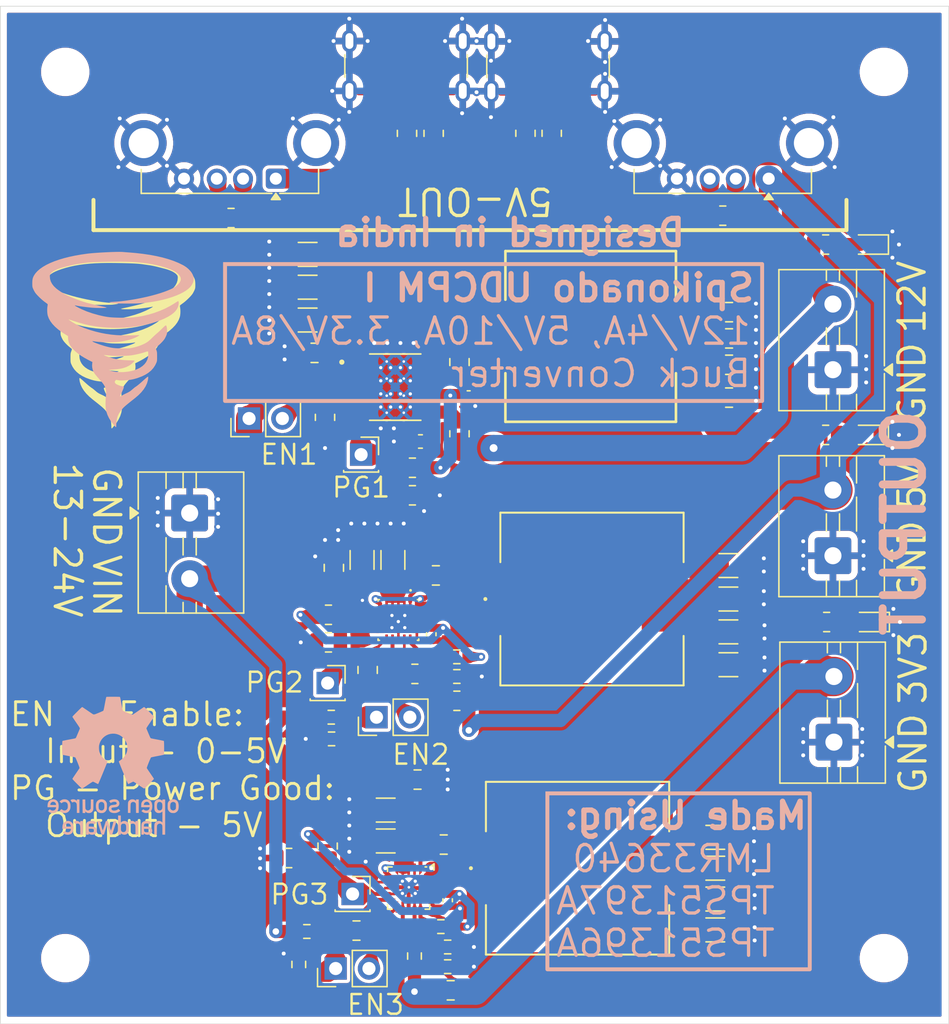
<source format=kicad_pcb>
(kicad_pcb (version 20241229) (generator "pcbnew") (generator_version "9.0")
  (title_block (title "Spikonado Universal DC Power Module I") (date "2025-06-02") (rev "v1.0") (company "Spikonado Technologies") (comment 1 "Designed by Aarav Gupta.") (comment 2 "To view a copy of this license, visit https://creativecommons.org/licenses/by-sa/4.0/") (comment 3 "Spikonado hardware design is licensed under CC BY-SA 4.0."))
  (layers (0 "F.Cu" jumper) (4 "In1.Cu" signal) (6 "In2.Cu" signal) (2 "B.Cu" signal) (13 "F.Paste" user) (15 "B.Paste" user) (5 "F.SilkS" user "F.Silkscreen") (7 "B.SilkS" user "B.Silkscreen") (1 "F.Mask" user) (3 "B.Mask" user) (25 "Edge.Cuts" user))
  (net 0 "")
  (net 1 "Net-(U1-SW)")
  (net 2 "Net-(U1-BOOT)")
  (net 3 "GND")
  (net 4 "Net-(U1-VCC)")
  (net 5 "VIN")
  (net 6 "12V")
  (net 7 "Net-(U1-FB)")
  (net 8 "Net-(U2-VCC)")
  (net 9 "Net-(J5-Pin_1)")
  (net 10 "Net-(J2-Pin_2)")
  (net 11 "Net-(J4-Pin_1)")
  (net 12 "Net-(D1-A)")
  (net 13 "Net-(U2-BST)")
  (net 14 "Net-(U2-SW)")
  (net 15 "5V")
  (net 16 "Net-(U2-SS)")
  (net 17 "Net-(J6-Pin_1)")
  (net 18 "Net-(J6-Pin_2)")
  (net 19 "Net-(U2-MODE)")
  (net 20 "Net-(U2-FB)")
  (net 21 "Net-(D2-A)")
  (net 22 "Net-(J7-CC1)")
  (net 23 "Net-(J7-CC2)")
  (net 24 "Net-(J9-D-)")
  (net 25 "Net-(J9-D+)")
  (net 26 "Net-(U3-SS)")
  (net 27 "Net-(C25-Pad2)")
  (net 28 "Net-(U3-BST)")
  (net 29 "3V3")
  (net 30 "Net-(U3-FB)")
  (net 31 "Net-(J10-Pin_1)")
  (net 32 "Net-(J10-Pin_2)")
  (net 33 "VCC3")
  (net 34 "Net-(J12-CC1)")
  (net 35 "Net-(J12-CC2)")
  (net 36 "Net-(J14-D+)")
  (net 37 "Net-(J14-D-)")
  (net 38 "PG3")
  (net 39 "Net-(U3-MODE)")
  (net 40 "Net-(D3-A)")
  (footprint "MountingHole:MountingHole_3.2mm_M3" (layer "F.Cu") (at 152.95 142.85)
    (property "Reference" "H1" (hide yes))
    (property "Value" "MountingHole" (hide yes))
  )
  (footprint "Resistor_SMD:R_0805_2012Metric" (layer "F.Cu") (at 188.03 80.0275 -90)
    (property "Reference" "R23" (hide yes))
    (property "Value" "10 kΩ" (hide yes))
  )
  (footprint "Resistor_SMD:R_0805_2012Metric" (layer "F.Cu") (at 179 80.0325 -90)
    (property "Reference" "R15" (hide yes))
    (property "Value" "10 kΩ" (hide yes))
  )
  (footprint "Resistor_SMD:R_0805_2012Metric" (layer "F.Cu") (at 183 102.9125 -90)
    (property "Reference" "R1" (hide yes))
    (property "Value" "100 kΩ" (hide yes))
  )
  (footprint "Capacitor_SMD:C_0402_1005Metric" (layer "F.Cu") (at 183.7 100)
    (property "Reference" "C2" (hide yes))
    (property "Value" "1 μF" (hide yes))
  )
  (footprint "Connector_PinSocket_2.54mm:PinSocket_1x01_P2.54mm_Vertical" (layer "F.Cu") (at 175.5 104.5)
    (property "Reference" "J4" (hide yes))
    (property "Value" "Conn_01x01_Socket" (hide yes))
  )
  (footprint "Capacitor_SMD:C_1206_3216Metric" (layer "F.Cu") (at 202.5 138.35 180)
    (property "Reference" "C27" (hide yes))
    (property "Value" "22 μF" (hide yes))
  )
  (footprint "Capacitor_SMD:C_0805_2012Metric" (layer "F.Cu") (at 171.95 96.75 180)
    (property "Reference" "C4" (hide yes))
    (property "Value" "220 nF" (hide yes))
  )
  (footprint "Edited:TerminalBlock_MaiXu_MX126-5.0-02P_1x02_P5.00mm" (layer "F.Cu") (at 211.4675 98.0325 90)
    (property "Reference" "J3" (hide yes))
    (property "Value" "Conn_01x02" (hide yes))
  )
  (footprint "Resistor_SMD:R_0805_2012Metric" (layer "F.Cu") (at 190.03 80.0275 -90)
    (property "Reference" "R22" (hide yes))
    (property "Value" "10 kΩ" (hide yes))
  )
  (footprint "Capacitor_SMD:C_0603_1608Metric" (layer "F.Cu") (at 180.025 103.5)
    (property "Reference" "R2" (hide yes))
    (property "Value" "9.1 kΩ" (hide yes))
  )
  (footprint "Resistor_SMD:R_0805_2012Metric" (layer "F.Cu") (at 203.07 86.3 180)
    (property "Reference" "R24" (hide yes))
    (property "Value" "150 Ω" (hide yes))
  )
  (footprint "LOGO" (layer "F.Cu") (at 156.7 95.8)
    (property "Reference" "G***" (hide yes))
    (property "Value" "LOGO" (hide yes))
  )
  (footprint "Resistor_SMD:R_0805_2012Metric" (layer "F.Cu") (at 210.9125 88.5 180)
    (property "Reference" "R5" (hide yes))
    (property "Value" "470 Ω" (hide yes))
  )
  (footprint "LED_SMD:LED_0603_1608Metric" (layer "F.Cu") (at 214.2125 103 180)
    (property "Reference" "D2" (hide yes))
    (property "Value" "LED" (hide yes))
  )
  (footprint "Connector_USB:USB_C_Receptacle_GCT_USB4125-xx-x_6P_TopMnt_Horizontal" (layer "F.Cu") (at 178.93 73.8 180)
    (property "Reference" "J7" (hide yes))
    (property "Value" "USB_C_Receptacle_PowerOnly_6P" (hide yes))
  )
  (footprint "IHLP5050FDER1R8M01:IND_IHLP_5050_FD_VIS" (layer "F.Cu") (at 193.1 115.5)
    (property "Reference" "L2" (hide yes))
    (property "Value" "1.8 μH" (hide yes))
  )
  (footprint "Capacitor_SMD:C_1206_3216Metric" (layer "F.Cu") (at 202.5 133.65 180)
    (property "Reference" "C29" (hide yes))
    (property "Value" "22 μF" (hide yes))
  )
  (footprint "Resistor_SMD:R_0805_2012Metric" (layer "F.Cu") (at 172.95 134.3125 90)
    (property "Reference" "R19" (hide yes))
    (property "Value" "100 kΩ" (hide yes))
  )
  (footprint "Resistor_SMD:R_0603_1608Metric" (layer "F.Cu") (at 181.58 140.45 180)
    (property "Reference" "R20" (hide yes))
    (property "Value" "330 kΩ" (hide yes))
  )
  (footprint "Resistor_SMD:R_0603_1608Metric" (layer "F.Cu") (at 173.225 124.5)
    (property "Reference" "R9" (hide yes))
    (property "Value" "330 kΩ" (hide yes))
  )
  (footprint "Resistor_SMD:R_0805_2012Metric" (layer "F.Cu") (at 165.5875 86.4825 180)
    (property "Reference" "R16" (hide yes))
    (property "Value" "150 Ω" (hide yes))
  )
  (footprint "Capacitor_SMD:C_1206_3216Metric" (layer "F.Cu") (at 203.5 115.5)
    (property "Reference" "C17" (hide yes))
    (property "Value" "47 μF" (hide yes))
  )
  (footprint "Capacitor_SMD:C_0805_2012Metric" (layer "F.Cu") (at 182.33 145.3)
    (property "Reference" "C30" (hide yes))
    (property "Value" "100pF" (hide yes))
  )
  (footprint "Resistor_SMD:R_0805_2012Metric" (layer "F.Cu") (at 182.8 123.25 180)
    (property "Reference" "R11" (hide yes))
    (property "Value" "220 kΩ" (hide yes))
  )
  (footprint "Capacitor_SMD:C_0402_1005Metric" (layer "F.Cu") (at 182.1 138.4425 -90)
    (property "Reference" "C31" (hide yes))
    (property "Value" "1 μF" (hide yes))
  )
  (footprint "Connector_PinSocket_2.54mm:PinSocket_1x01_P2.54mm_Vertical" (layer "F.Cu") (at 174.85 137.9625)
    (property "Reference" "J11" (hide yes))
    (property "Value" "Conn_01x01_Socket" (hide yes))
  )
  (footprint "Resistor_SMD:R_0603_1608Metric" (layer "F.Cu") (at 179.57 142.69 90)
    (property "Reference" "R25" (hide yes))
    (property "Value" "91 kΩ" (hide yes))
  )
  (footprint "Capacitor_SMD:C_1206_3216Metric" (layer "F.Cu") (at 177.375 131.575)
    (property "Reference" "C21" (hide yes))
    (property "Value" "22 μF" (hide yes))
  )
  (footprint "Capacitor_SMD:C_1206_3216Metric" (layer "F.Cu") (at 203.5 112.95)
    (property "Reference" "C16" (hide yes))
    (property "Value" "47 μF" (hide yes))
  )
  (footprint "Resistor_SMD:R_0805_2012Metric" (layer "F.Cu") (at 179.4125 107.6 180)
    (property "Reference" "R29" (hide yes))
    (property "Value" "200 kΩ" (hide yes))
  )
  (footprint "IHLP5050FDER1R8M01:IND_IHLP_5050_FD_VIS" (layer "F.Cu") (at 192 136)
    (property "Reference" "L3" (hide yes))
    (property "Value" "1.8 μH" (hide yes))
  )
  (footprint "Capacitor_SMD:C_1206_3216Metric" (layer "F.Cu") (at 175.575 112.5231 -90)
    (property "Reference" "C11" (hide yes))
    (property "Value" "22 μF" (hide yes))
  )
  (footprint "WE-HCI_1365:WE-HCI_1365" (layer "F.Cu") (at 193 95.5 180)
    (property "Reference" "L1")
    (property "Value" "15.4 µH" (hide yes))
  )
  (footprint "Capacitor_SMD:C_0805_2012Metric" (layer "F.Cu") (at 181.2 113.7 180)
    (property "Reference" "C15" (hide yes))
    (property "Value" "100nF" (hide yes))
  )
  (footprint "Edited:USB_A_Connfly_DS1095" (layer "F.Cu") (at 169 83.4825 180)
    (property "Reference" "J9" (hide yes))
    (property "Value" "USB_A" (hide yes))
  )
  (footprint "Capacitor_SMD:C_0805_2012Metric" (layer "F.Cu") (at 175.15 140.75 180)
    (property "Reference" "C24" (hide yes))
    (property "Value" "10 nF" (hide yes))
  )
  (footprint "Capacitor_SMD:C_1206_3216Metric" (layer "F.Cu") (at 203.5 120.5)
    (property "Reference" "C19" (hide yes))
    (property "Value" "47 μF" (hide yes))
  )
  (footprint "Capacitor_SMD:C_1206_3216Metric" (layer "F.Cu") (at 202.5 136 180)
    (property "Reference" "C28" (hide yes))
    (property "Value" "22 μF" (hide yes))
  )
  (footprint "Edited:USB_A_Connfly_DS1095" (layer "F.Cu") (at 206.57 83.4825 180)
    (property "Reference" "J14" (hide yes))
    (property "Value" "USB_A" (hide yes))
  )
  (footprint "Resistor_SMD:R_0805_2012Metric" (layer "F.Cu") (at 172.75 101.6625 90)
    (property "Reference" "R3" (hide yes))
    (property "Value" "10 kΩ" (hide yes))
  )
  (footprint "Resistor_SMD:R_0805_2012Metric" (layer "F.Cu") (at 181.03 80.0325 -90)
    (property "Reference" "R14" (hide yes))
    (property "Value" "10 kΩ" (hide yes))
  )
  (footprint "Connector_USB:USB_C_Receptacle_GCT_USB4125-xx-x_6P_TopMnt_Horizontal" (layer "F.Cu") (at 189.75 73.8275 180)
    (property "Reference" "J12" (hide yes))
    (property "Value" "USB_C_Receptacle_PowerOnly_6P" (hide yes))
  )
  (footprint "Resistor_SMD:R_0603_1608Metric" (layer "F.Cu") (at 173.25 126.15 180)
    (property "Reference" "R10" (hide yes))
    (property "Value" "75 kΩ" (hide yes))
  )
  (footprint "LED_SMD:LED_0603_1608Metric" (layer "F.Cu") (at 214.2875 117.25 180)
    (property "Reference" "D3" (hide yes))
    (property "Value" "LED" (hide yes))
  )
  (footprint "TPS51397ARJER:RJE0020B-MFG" (layer "F.Cu") (at 178.345 117.0931 -90)
    (property "Reference" "U2")
    (property "Value" "TPS51397ARJER" (hide yes))
  )
  (footprint "Capacitor_SMD:C_1206_3216Metric" (layer "F.Cu") (at 171.425 89.25)
    (property "Reference" "C3" (hide yes))
    (property "Value" "4.7 μF" (hide yes))
  )
  (footprint "Connector_PinHeader_2.54mm:PinHeader_1x02_P2.54mm_Vertical" (layer "F.Cu") (at 166.96 101.75 90)
    (property "Reference" "J2" (hide yes))
    (property "Value" "Conn_01x02_Pin" (hide yes))
  )
  (footprint "Capacitor_SMD:C_1206_3216Metric" (layer "F.Cu") (at 202.5 140.7 180)
    (property "Reference" "C26" (hide yes))
    (property "Value" "22 μF" (hide yes))
  )
  (footprint "Capacitor_SMD:C_0805_2012Metric" (layer "F.Cu") (at 173.425 113.1231 90)
    (property "Reference" "C14" (hide yes))
    (property "Value" "100 nF" (hide yes))
  )
  (footprint "Resistor_SMD:R_0603_1608Metric" (layer "F.Cu") (at 182.8 119.9 180)
    (property "Reference" "R7" (hide yes))
    (property "Value" "330 kΩ" (hide yes))
  )
  (footprint "Resistor_SMD:R_0603_1608Metric" (layer "F.Cu") (at 182.1 143.5)
    (property "Reference" "R26" (hide yes))
    (property "Value" "20 kΩ" (hide yes))
  )
  (footprint "Resistor_SMD:R_0805_2012Metric" (layer "F.Cu") (at 210.9125 103 180)
    (property "Reference" "R13" (hide yes))
    (property "Value" "120 Ω" (hide yes))
  )
  (footprint "Capacitor_SMD:C_0805_2012Metric" (layer "F.Cu") (at 176 120.9 -90)
    (property "Reference" "C20" (hide yes))
    (property "Value" "10 nF" (hide yes))
  )
  (footprint "LMR33640ADDAR:VREG_LM5017MR_NOPB" (layer "F.Cu") (at 178.1025 99.36)
    (property "Reference" "U1")
    (property "Value" "LMR33640ADDAR" (hide yes))
  )
  (footprint "Resistor_SMD:R_0603_1608Metric" (layer "F.Cu") (at 171.365 140.82)
    (property "Reference" "R17" (hide yes))
    (property "Value" "330 kΩ" (hide yes))
  )
  (footprint "Resistor_SMD:R_0805_2012Metric" (layer "F.Cu") (at 179.4125 105.5 180)
    (property "Reference" "R4" (hide yes))
    (property "Value" "100 kΩ" (hide yes))
  )
  (footprint "Capacitor_SMD:C_1206_3216Metric" (layer "F.Cu") (at 171.425 91.75)
    (property "Reference" "C7" (hide yes))
    (property "Value" "4.7 μF" (hide yes))
  )
  (footprint "Capacitor_SMD:C_0805_2012Metric" (layer "F.Cu") (at 203.55 100.1575)
    (property "Reference" "C6" (hide yes))
    (property "Value" "100 nF" (hide yes))
  )
  (footprint "Connector_PinHeader_2.54mm:PinHeader_1x02_P2.54mm_Vertical" (layer "F.Cu") (at 173.56 143.64 90)
    (property "Reference" "J10" (hide yes))
    (property "Value" "Conn_01x02_Pin" (hide yes))
  )
  (footprint "MountingHole:MountingHole_3.2mm_M3" (layer "F.Cu") (at 152.95 75.35)
    (property "Reference" "H2" (hide yes))
    (property "Value" "MountingHole" (hide yes))
  )
  (footprint "Resistor_SMD:R_0805_2012Metric" (layer "F.Cu") (at 173.0125 116.7 180)
    (property "Reference" "R6" (hide yes))
    (property "Value" "100 kΩ" (hide yes))
  )
  (footprint "Package_DFN_QFN:Texas_RJE0020A_VQFN-20-1EP_3x3mm_P0.45mm_EP0.675x0.76mm_ThermalVias" (layer "F.Cu") (at 179.125 137.5125 -90)
    (property "Reference" "U3" (hide yes))
    (property "Value" "TPS51396ARJER" (hide yes))
  )
  (footprint "Capacitor_SMD:C_1206_3216Metric" (layer "F.Cu") (at 171.425 94.25)
    (property "Reference" "C8" (hide yes))
    (property "Value" "4.7 μF" (hide yes))
  )
  (footprint "Edited:TerminalBlock_MaiXu_MX126-5.0-02P_1x02_P5.00mm" (layer "F.Cu") (at 211.5425 126.4 90)
    (property "Reference" "J13" (hide yes))
    (property "Value" "Conn_01x02" (hide yes))
  )
  (footprint "Resistor_SMD:R_0805_2012Metric" (layer "F.Cu") (at 179.6 121.2 180)
    (property "Reference" "R12" (hide yes))
    (property "Value" "30 kΩ" (hide yes))
  )
  (footprint "Capacitor_SMD:C_0805_2012Metric" (layer "F.Cu") (at 203.55 97.6575 180)
    (property "Reference" "C5" (hide yes))
    (property "Value" "22 μF" (hide yes))
  )
  (footprint "Capacitor_SMD:C_0805_2012Metric" (layer "F.Cu") (at 181.8 134.2)
    (property "Reference" "C25" (hide yes))
    (property "Value" "100nF" (hide yes))
  )
  (footprint "Capacitor_SMD:C_1206_3216Metric" (layer "F.Cu") (at 177.375 133.925)
    (property "Reference" "C22" (hide yes))
    (property "Value" "22 μF" (hide yes))
  )
  (footprint "Capacitor_SMD:C_1206_3216Metric" (layer "F.Cu") (at 203.5 118)
    (property "Reference" "C18" (hide yes))
    (property "Value" "47 μF" (hide yes))
  )
  (footprint "Capacitor_SMD:C_1206_3216Metric" (layer "F.Cu") (at 177.925 112.5231 -90)
    (property "Reference" "C12" (hide yes))
    (property "Value" "22 μF" (hide yes))
  )
  (footprint "Resistor_SMD:R_0805_2012Metric" (layer "F.Cu") (at 210.9875 117.25 180)
    (property "Reference" "R27" (hide yes))
    (property "Value" "51 Ω" (hide yes))
  )
  (footprint "LED_SMD:LED_0603_1608Metric" (layer "F.Cu") (at 214.2125 88.5 180)
    (property "Reference" "D1" (hide yes))
    (property "Value" "LED" (hide yes))
  )
  (footprint "Capacitor_SMD:C_0805_2012Metric" (layer "F.Cu") (at 179.8045 129.25)
    (property "Reference" "C23" (hide yes))
    (property "Value" "100 nF" (hide yes))
  )
  (footprint "Capacitor_SMD:C_0402_1005Metric" (layer "F.Cu") (at 180.85 118.18 -90)
    (property "Reference" "C13" (hide yes))
    (property "Value" "1 μF" (hide yes))
  )
  (footprint "Edited:TerminalBlock_MaiXu_MX126-5.0-02P_1x02_P5.00mm" (layer "F.Cu") (at 162.4325 108.95 -90)
    (property "Reference" "J1" (hide yes))
    (property "Value" "Conn_01x02" (hide yes))
  )
  (footprint "MountingHole:MountingHole_3.2mm_M3" (layer "F.Cu") (at 215.35 75.35)
    (property "Reference" "H3" (hide yes))
    (property "Value" "MountingHole" (hide yes))
  )
  (footprint "Edited:TerminalBlock_MaiXu_MX126-5.0-02P_1x02_P5.00mm" (layer "F.Cu") (at 211.4675 112.2 90)
    (property "Reference" "J8" (hide yes))
    (property "Value" "Conn_01x02" (hide yes))
  )
  (footprint "Resistor_SMD:R_0805_2012Metric" (layer "F.Cu") (at 169.9875 135.225)
    (property "Reference" "R30" (hide yes))
    (property "Value" "200 kΩ" (hide yes))
  )
  (footprint "Connector_PinHeader_2.54mm:PinHeader_1x02_P2.54mm_Vertical" (layer "F.Cu") (at 176.675 124.5 90)
    (property "Reference" "J6" (hide yes))
    (property "Value" "Conn_01x02_Pin" (hide yes))
  )
  (footprint "Resistor_SMD:R_0805_2012Metric" (layer "F.Cu") (at 173.0125 118.8)
    (property "Reference" "R28" (hide yes))
    (property "Value" "200 kΩ" (hide yes))
  )
  (footprint "Capacitor_SMD:C_0805_2012Metric" (layer "F.Cu") (at 203.55 95.65)
    (property "Reference" "C9" (hide yes))
    (property "Value" "22 μF" (hide yes))
  )
  (footprint "Resistor_SMD:R_0603_1608Metric" (layer "F.Cu") (at 182.1 142)
    (property "Reference" "R21" (hide yes))
    (property "Value" "15 kΩ" (hide yes))
  )
  (footprint "Resistor_SMD:R_0603_1608Metric" (layer "F.Cu") (at 182.8 121.4)
    (property "Reference" "R8" (hide yes))
    (property "Value" "15 kΩ" (hide yes))
  )
  (footprint "Connector_PinSocket_2.54mm:PinSocket_1x01_P2.54mm_Vertical" (layer "F.Cu") (at 172.95 121.9)
    (property "Reference" "J5" (hide yes))
    (property "Value" "Conn_01x01_Socket" (hide yes))
  )
  (footprint "MountingHole:MountingHole_3.2mm_M3" (layer "F.Cu") (at 215.35 142.85)
    (property "Reference" "H4" (hide yes))
    (property "Value" "MountingHole" (hide yes))
  )
  (footprint "Capacitor_SMD:C_0805_2012Metric" (layer "F.Cu") (at 183 97.45 90)
    (property "Reference" "C1" (hide yes))
    (property "Value" "100nF" (hide yes))
  )
  (footprint "Resistor_SMD:R_0603_1608Metric" (layer "F.Cu") (at 170.75 143.33 90)
    (property "Reference" "R18" (hide yes))
    (property "Value" "75 kΩ" (hide yes))
  )
  (footprint "Capacitor_SMD:C_0805_2012Metric" (layer "F.Cu") (at 203.55 93.65 180)
    (property "Reference" "C10" (hide yes))
    (property "Value" "22 μF" (hide yes))
  )
  (footprint "LOGO" (layer "B.Cu") (at 156.6 95.7 180)
    (property "Reference" "G***" (hide yes))
    (property "Value" "LOGO" (hide yes))
  )
  (footprint "LOGO" (layer "B.Cu") (at 156.6 128.2 180)
    (property "Reference" "G***" (hide yes))
    (property "Value" "LOGO" (hide yes))
  )
  (gr_line (start 212.5 87.4) (end 212.5 85.1) (stroke (width 0.3)) (layer "F.SilkS"))
  (gr_line (start 155.1 87.4) (end 212.5 87.4) (stroke (width 0.3)) (layer "F.SilkS"))
  (gr_line (start 155.1 85.1) (end 155.1 87.4) (stroke (width 0.3)) (layer "F.SilkS"))
  (gr_rect (start 189.7 130.3) (end 209.7 143.7) (stroke (width 0.3)) (fill no) (layer "B.SilkS"))
  (gr_rect (start 165.129712 89.988321) (end 206.070288 100.411677) (stroke (width 0.3)) (fill no) (layer "B.SilkS"))
  (gr_rect (start 148 70.35) (end 220.3 147.85) (stroke (width 0.05)) (fill no) (layer "Edge.Cuts"))
  (gr_text "PG3" (at 170.8 138 0) (layer "F.SilkS") (effects (font (size 1.5 1.5) (thickness 0.1875))))
  (gr_text "12V" (at 217.5 92.5 90) (layer "F.SilkS") (effects (font (size 2 2) (thickness 0.25))))
  (gr_text "GND" (at 217.575 127.25 90) (layer "F.SilkS") (effects (font (size 2 2) (thickness 0.25))))
  (gr_text "GND" (at 217.5 99 90) (layer "F.SilkS") (effects (font (size 2 2) (thickness 0.25))))
  (gr_text "EN2\n" (at 180.05 127.35 0) (layer "F.SilkS") (effects (font (size 1.5 1.5) (thickness 0.1875))))
  (gr_text "PG1" (at 175.5 107 0) (layer "F.SilkS") (effects (font (size 1.5 1.5) (thickness 0.1875))))
  (gr_text "5V-OUT" (at 184.2 85.2 180) (layer "F.SilkS") (effects (font (size 2 2) (thickness 0.25))))
  (gr_text "GND" (at 217.5 112.55 90) (layer "F.SilkS") (effects (font (size 2 2) (thickness 0.25))))
  (gr_text "PG2" (at 168.9 121.85 0) (layer "F.SilkS") (effects (font (size 1.5 1.5) (thickness 0.1875))))
  (gr_text "GND" (at 156.1 108.5 270) (layer "F.SilkS") (effects (font (size 2 2) (thickness 0.25))))
  (gr_text "EN3" (at 176.6 146.4 0) (layer "F.SilkS") (effects (font (size 1.5 1.5) (thickness 0.1875))))
  (gr_text "EN - Enable:\n  Input - 0-5V\nPG - Power Good:\n  Output - 5V" (at 148.6 128.5 0) (layer "F.SilkS") (effects (font (size 1.75 1.75) (thickness 0.21875)) (justify left)))
  (gr_text "3V3" (at 217.575 120.75 90) (layer "F.SilkS") (effects (font (size 2 2) (thickness 0.25))))
  (gr_text "EN1" (at 170 104.5 0) (layer "F.SilkS") (effects (font (size 1.5 1.5) (thickness 0.1875))))
  (gr_text "13-24V" (at 153.1 111 270) (layer "F.SilkS") (effects (font (size 2 2) (thickness 0.25))))
  (gr_text "VIN" (at 156.1 114.5 270) (layer "F.SilkS") (effects (font (size 2 2) (thickness 0.25))))
  (gr_text "5V" (at 217.5 106.9 90) (layer "F.SilkS") (effects (font (size 2 2) (thickness 0.25))))
  (gr_text "Made Using:" (at 209.7 132 0) (layer "B.SilkS") (effects (font (size 2 2) (thickness 0.4) (bold yes)) (justify left mirror)))
  (gr_text "LMR33640\nTPS51397A\nTPS51396A" (at 207.2 138.5 0) (layer "B.SilkS") (effects (font (size 2 2) (thickness 0.25)) (justify left mirror)))
  (gr_text "Spikonado UDCPM I" (at 205.670288 91.811677 0) (layer "B.SilkS") (effects (font (size 2 2) (thickness 0.4) (bold yes)) (justify left mirror)))
  (gr_text "OUTPUT" (at 216.9 109.7 90) (layer "B.SilkS") (effects (font (size 3 3) (thickness 0.6) (bold yes)) (justify mirror)))
  (gr_text "12V/4A, 5V/10A, 3.3V/8A\nBuck Converter" (at 205.370288 96.711677 0) (layer "B.SilkS") (effects (font (size 2 2) (thickness 0.25)) (justify left mirror)))
  (gr_text "Designed in India" (at 200.4 87.6 0) (layer "B.SilkS") (effects (font (size 2 2) (thickness 0.4) (bold yes)) (justify left mirror)))
  (segment (start 183 96.5) (end 186.75 96.5) (width 1.25) (layer "F.Cu") (net 1))
  (segment (start 186.75 96.5) (end 187.75 95.5) (width 1.25) (layer "F.Cu") (net 1))
  (segment (start 180.8025 97.455) (end 181.7575 96.5) (width 1.25) (layer "F.Cu") (net 1))
  (segment (start 181.7575 96.5) (end 183 96.5) (width 1.25) (layer "F.Cu") (net 1))
  (segment (start 180.8025 98.725) (end 182.675 98.725) (width 0.5) (layer "F.Cu") (net 2))
  (segment (start 182.675 98.725) (end 183 98.4) (width 0.5) (layer "F.Cu") (net 2))
  (segment (start 177.6875 137.25) (end 177.6875 137.5125) (width 0.25) (layer "F.Cu") (net 3))
  (segment (start 182.1 138.9225) (end 181.0725 138.9225) (width 0.3) (layer "F.Cu") (net 3))
  (segment (start 179.7512 117.0931) (end 178.461 117.0931) (width 0.2) (layer "F.Cu") (net 3))
  (segment (start 177.6875 138.4125) (end 176.5375 138.4125) (width 0.3) (layer "F.Cu") (net 3))
  (segment (start 179.203 137.5125) (end 179.143 137.4525) (width 0.3) (layer "F.Cu") (net 3))
  (segment (start 179.125 138.95) (end 179.125 137.4705) (width 0.3) (layer "F.Cu") (net 3))
  (segment (start 181.0725 138.9225) (end 180.5625 138.4125) (width 0.3) (layer "F.Cu") (net 3))
  (segment (start 179.125 137.4705) (end 179.143 137.4525) (width 0.3) (layer "F.Cu") (net 3))
  (segment (start 179.143 137.4525) (end 177.89 137.4525) (width 0.3) (layer "F.Cu") (net 3))
  (segment (start 180.5625 137.5125) (end 179.203 137.5125) (width 0.3) (layer "F.Cu") (net 3))
  (segment (start 177.89 137.4525) (end 177.6875 137.25) (width 0.3) (layer "F.Cu") (net 3))
  (segment (start 177.6875 137.0625) (end 177.6875 137.25) (width 0.25) (layer "F.Cu") (net 3))
  (segment (start 176.5375 138.4125) (end 174.2 140.75) (width 0.3) (layer "F.Cu") (net 3))
  (segment (start 178.461 117.0931) (end 178.338 117.2161) (width 0.2) (layer "F.Cu") (net 3))
  (via (at 213.8 113.2) (size 0.6) (drill 0.3) (layers "F.Cu" "B.Cu") (net 3))
  (via (at 185.4 78.8) (size 0.6) (drill 0.3) (layers "F.Cu" "B.Cu") (net 3))
  (via (at 181.5 107.6) (size 0.6) (drill 0.3) (layers "F.Cu" "B.Cu") (net 3))
  (via (at 171.28 126.15) (size 0.6) (drill 0.3) (layers "F.Cu" "B.Cu") (net 3))
  (via (at 164.6 109) (size 0.6) (drill 0.3) (layers "F.Cu" "B.Cu") (net 3))
  (via (at 178 102.5) (size 0.6) (drill 0.3) (layers "F.Cu" "B.Cu") (net 3))
  (via (at 179.25 99.875) (size 0.5) (drill 0.25) (layers "F.Cu" "B.Cu") (net 3))
  (via (at 174.6 132.75) (size 0.6) (drill 0.3) (layers "F.Cu" "B.Cu") (net 3))
  (via (at 168.5 93.275) (size 0.6) (drill 0.3) (layers "F.Cu" "B.Cu") (net 3))
  (via (at 183.038419 139.061581) (size 0.6) (drill 0.3) (layers "F.Cu" "B.Cu") (net 3))
  (via (at 174.75 109.75) (size 0.6) (drill 0.3) (layers "F.Cu" "B.Cu") (net 3))
  (via (at 182.1 129.25) (size 0.6) (drill 0.3) (layers "F.Cu" "B.Cu") (net 3))
  (via (at 205.6 97) (size 0.6) (drill 0.3) (layers "F.Cu" "B.Cu") (net 3))
  (via (at 173.75 110.25) (size 0.6) (drill 0.3) (layers "F.Cu" "B.Cu") (net 3))
  (via (at 174.6 134.75) (size 0.6) (drill 0.3) (layers "F.Cu" "B.Cu") (net 3))
  (via (at 167.8 135.25) (size 0.6) (drill 0.3) (layers "F.Cu" "B.Cu") (net 3))
  (via (at 206.25 120.95) (size 0.6) (drill 0.3) (layers "F.Cu" "B.Cu") (net 3))
  (via (at 173.3 76.8) (size 0.6) (drill 0.3) (layers "F.Cu" "B.Cu") (net 3))
  (via (at 206.2 113.4) (size 0.6) (drill 0.3) (layers "F.Cu" "B.Cu") (net 3))
  (via (at 205.45 136.45) (size 0.6) (drill 0.3) (layers "F.Cu" "B.Cu") (net 3))
  (via (at 181.9 73) (size 0.6) (drill 0.3) (layers "F.Cu" "B.Cu") (net 3))
  (via (at 185.4 74.5) (size 0.6) (drill 0.3) (layers "F.Cu" "B.Cu") (net 3))
  (via (at 213.8 112.2) (size 0.6) (drill 0.3) (layers "F.Cu" "B.Cu") (net 3))
  (via (at 206.25 117.5) (size 0.6) (drill 0.3) (layers "F.Cu" "B.Cu") (net 3))
  (via (at 177 102.5) (size 0.6) (drill 0.3) (layers "F.Cu" "B.Cu") (net 3))
  (via (at 179.25 98.875) (size 0.5) (drill 0.25) (layers "F.Cu" "B.Cu") (net 3))
  (via (at 216 102) (size 0.6) (drill 0.3) (layers "F.Cu" "B.Cu") (net 3))
  (via (at 174.6 131.75) (size 0.6) (drill 0.3) (layers "F.Cu" "B.Cu") (net 3))
  (via (at 157 82.6) (size 0.6) (drill 0.3) (layers "F.Cu" "B.Cu") (net 3))
  (via (at 176 73) (size 0.6) (drill 0.3) (layers "F.Cu" "B.Cu") (net 3))
  (via (at 184.2 100.8) (size 0.6) (drill 0.3) (layers "F.Cu" "B.Cu") (net 3))
  (via (at 172.75 111) (size 0.6) (drill 0.3) (layers "F.Cu" "B.Cu") (net 3))
  (via (at 214 99) (size 0.6) (drill 0.3) (layers "F.Cu" "B.Cu") (net 3))
  (via (at 206.2 115.9) (size 0.6) (drill 0.3) (layers "F.Cu" "B.Cu") (net 3))
  (via (at 198.3 82.5) (size 0.6) (drill 0.3) (layers "F.Cu" "B.Cu") (net 3))
  (via (at 178.5 99.875) (size 0.5) (drill 0.25) (layers "F.Cu" "B.Cu") (net 3))
  (via (at 175.75 109.75) (size 0.6) (drill 0.3) (layers "F.Cu" "B.Cu") (net 3))
  (via (at 186.8 73) (size 0.6) (drill 0.3) (layers "F.Cu" "B.Cu") (net 3))
  (via (at 177.75 99.875) (size 0.5) (drill 0.25) (layers "F.Cu" "B.Cu") (net 3))
  (via (at 216.075 118.25) (size 0.6) (drill 0.3) (layers "F.Cu" "B.Cu") (net 3))
  (via (at 209.2 127.4) (size 0.6) (drill 0.3) (layers "F.Cu" "B.Cu") (net 3))
  (via (at 177.85 116.75) (size 0.5) (drill 0.25) (layers "F.Cu" "B.Cu") (net 3))
  (via (at 214 97) (size 0.6) (drill 0.3) (layers "F.Cu" "B.Cu") (net 3))
  (via (at 168.5 95.275) (size 0.6) (drill 0.3) (layers "F.Cu" "B.Cu") (net 3))
  (via (at 184.3 76.9) (size 0.6) (drill 0.3) (layers "F.Cu" "B.Cu") (net 3))
  (via (at 194.8 79.1) (size 0.6) (drill 0.3) (layers "F.Cu" "B.Cu") (net 3))
  (via (at 173.4 73) (size 0.6) (drill 0.3) (layers "F.Cu" "B.Cu") (net 3))
  (via (at 198.3 79) (size 0.6) (drill 0.3) (layers "F.Cu" "B.Cu") (net 3))
  (via (at 168.5 91.275) (size 0.6) (drill 0.3) (layers "F.Cu" "B.Cu") (net 3))
  (via (at 164.6 107.9) (size 0.6) (drill 0.3) (layers "F.Cu" "B.Cu") (net 3))
  (via (at 178.338 117.2161) (size 0.5) (drill 0.25) (layers "F.Cu" "B.Cu") (net 3))
  (via (at 169.67 96.25) (size 0.6) (drill 0.3) (layers "F.Cu" "B.Cu") (net 3))
  (via (at 178.83 116.75) (size 0.5) (drill 0.25) (layers "F.Cu" "B.Cu") (net 3))
  (via (at 205.6 93) (size 0.6) (drill 0.3) (layers "F.Cu" "B.Cu") (net 3))
  (via (at 211.5 78.8) (size 0.6) (drill 0.3) (layers "F.Cu" "B.Cu") (net 3))
  (via (at 205.5 138.05) (size 0.6) (drill 0.3) (layers "F.Cu" "B.Cu") (net 3))
  (via (at 209.2 125.4) (size 0.6) (drill 0.3) (layers "F.Cu" "B.Cu") (net 3))
  (via (at 168.5 88.275) (size 0.6) (drill 0.3) (layers "F.Cu" "B.Cu") (net 3))
  (via (at 194.1 75.5) (size 0.6) (drill 0.3) (layers "F.Cu" "B.Cu") (net 3))
  (via (at 184.3 73) (size 0.6) (drill 0.3) (layers "F.Cu" "B.Cu") (net 3))
  (via (at 177 97.875) (size 0.5) (drill 0.25) (layers "F.Cu" "B.Cu") (net 3))
  (via (at 213.7 125.4) (size 0.6) (drill 0.3) (layers "F.Cu" "B.Cu") (net 3))
  (via (at 205.5 141.5) (size 0.6) (drill 0.3) (layers "F.Cu" "B.Cu") (net 3))
  (via (at 175.6 115.6) (size 0.5) (drill 0.25) (layers "F.Cu" "B.Cu") (net 3))
  (via (at 160.7 79) (size 0.6) (drill 0.3) (layers "F.Cu" "B.Cu") (net 3))
  (via (at 168.5 94.275) (size 0.6) (drill 0.3) (layers "F.Cu" "B.Cu") (net 3))
  (via (at 183.2 78.5) (size 0.6) (drill 0.3) (layers "F.Cu" "B.Cu") (net 3))
  (via (at 205.6 98) (size 0.6) (drill 0.3) (layers "F.Cu" "B.Cu") (net 3))
  (via (at 194.6 82.6) (size 0.6) (drill 0.3) (layers "F.Cu" "B.Cu") (net 3))
  (via (at 183.2 71.3) (size 0.6) (drill 0.3) (layers "F.Cu" "B.Cu") (net 3))
  (via (at 180.3 108.8) (size 0.6) (drill 0.3) (layers "F.Cu" "B.Cu") (net 3))
  (via (at 206.2 114.9) (size 0.6) (drill 0.3) (layers "F.Cu" "B.Cu") (net 3))
  (via (at 182.1 128.5) (size 0.6) (drill 0.3) (layers "F.Cu" "B.Cu") (net 3))
  (via (at 160 109.9) (size 0.6) (drill 0.3) (layers "F.Cu" "B.Cu") (net 3))
  (via (at 184.7 121.4) (size 0.6) (drill 0.3) (layers "F.Cu" "B.Cu") (net 3))
  (via (at 205.45 132.95) (size 0.6) (drill 0.3) (layers "F.Cu" "B.Cu") (net 3))
  (via (at 177.75 100.875) (size 0.5) (drill 0.25) (layers "F.Cu" "B.Cu") (net 3))
  (via (at 178.65 136.99) (size 0.5) (drill 0.25) (layers "F.Cu" "B.Cu") (net 3))
  (via (at 205.5 139.05) (size 0.6) (drill 0.3) (layers "F.Cu" "B.Cu") (net 3))
  (via (at 207.8 78.9) (size 0.6) (drill 0.3) (layers "F.Cu" "B.Cu") (net 3))
  (via (at 178.5 98.875) (size 0.5) (drill 0.25) (layers "F.Cu" "B.Cu") (net 3))
  (via (at 216 89.5) (size 0.6) (drill 0.3) (layers "F.Cu" "B.Cu") (net 3))
  (via (at 205.45 133.95) (size 0.6) (drill 0.3) (layers "F.Cu" "B.Cu") (net 3))
  (via (at 168.5 90.275) (size 0.6) (drill 0.3) (layers "F.Cu" "B.Cu") (net 3))
  (via (at 167.8 136) (size 0.6) (drill 0.3) (layers "F.Cu" "B.Cu") (net 3))
  (via (at 205.6 95) (size 0.6) (drill 0.3) (layers "F.Cu" "B.Cu") (net 3))
  (via (at 179.25 97.875) (size 0.5) (drill 0.25) (layers "F.Cu" "B.Cu") (net 3))
  (via (at 209.2 111.1) (size 0.6) (drill 0.3) (layers "F.Cu" "B.Cu") (net 3))
  (via (at 205.6 99.4) (size 0.6) (drill 0.3) (layers "F.Cu" "B.Cu") (net 3))
  (via (at 194.1 74.6) (size 0.6) (drill 0.3) (layers "F.Cu" "B.Cu") (net 3))
  (via (at 177.75 97.875) (size 0.5) (drill 0.25) (layers "F.Cu" "B.Cu") (net 3))
  (via (at 194.1 78.4) (size 0.6) (drill 0.3) (layers "F.Cu" "B.Cu") (net 3))
  (via (at 176.5 96) (size 0.6) (drill 0.3) (layers "F.Cu" "B.Cu") (net 3))
  (via (at 216 87.5) (size 0.6) (drill 0.3) (layers "F.Cu" "B.Cu") (net 3))
  (via (at 177 98.875) (size 0.5) (drill 0.25) (layers "F.Cu" "B.Cu") (net 3))
  (via (at 173.75 111) (size 0.6) (drill 0.3) (layers "F.Cu" "B.Cu") (net 3))
  (via (at 167.8 134.5) (size 0.6) (drill 0.3) (layers "F.Cu" "B.Cu") (net 3))
  (via (at 205.45 135.45) (size 0.6) (drill 0.3) (layers "F.Cu" "B.Cu") (net 3))
  (via (at 169.6 142.5) (size 0.6) (drill 0.3) (layers "F.Cu" "B.Cu") (net 3))
  (via (at 209.2 112.2) (size 0.6) (drill 0.3) (layers "F.Cu" "B.Cu") (net 3))
  (via (at 173.8 79) (size 0.6) (drill 0.3) (layers "F.Cu" "B.Cu") (net 3))
  (via (at 170.3 78.9) (size 0.6) (drill 0.3) (layers "F.Cu" "B.Cu") (net 3))
  (via (at 174.6 71.3) (size 0.6) (drill 0.3) (layers "F.Cu" "B.Cu") (net 3))
  (via (at 160 107.8) (size 0.6) (drill 0.3) (layers "F.Cu" "B.Cu") (net 3))
  (via (at 170.9 118.8) (size 0.6) (drill 0.3) (layers "F.Cu" "B.Cu") (net 3))
  (via (at 179.5 96) (size 0.6) (drill 0.3) (layers "F.Cu" "B.Cu") (net 3))
  (via (at 213.8 111.1) (size 0.6) (drill 0.3) (layers "F.Cu" "B.Cu") (net 3))
  (via (at 205.6 94) (size 0.6) (drill 0.3) (layers "F.Cu" "B.Cu") (net 3))
  (via (at 216.5 103) (size 0.6) (drill 0.3) (layers "F.Cu" "B.Cu") (net 3))
  (via (at 177.75 109.75) (size 0.6) (drill 0.3) (layers "F.Cu" "B.Cu") (net 3))
  (via (at 178.5 100.875) (size 0.5) (drill 0.25) (layers "F.Cu" "B.Cu") (net 3))
  (via (at 168.5 89.275) (size 0.6) (drill 0.3) (layers "F.Cu" "B.Cu") (net 3))
  (via (at 174.6 133.75) (size 0.6) (drill 0.3) (layers "F.Cu" "B.Cu") (net 3))
  (via (at 169.67 97.25) (size 0.6) (drill 0.3) (layers "F.Cu" "B.Cu") (net 3))
  (via (at 179.63 137.92) (size 0.5) (drill 0.25) (layers "F.Cu" "B.Cu") (net 3))
  (via (at 160.7 82.5) (size 0.6) (drill 0.3) (layers "F.Cu" "B.Cu") (net 3))
  (via (at 213.7 127.4) (size 0.6) (drill 0.3) (layers "F.Cu" "B.Cu") (net 3))
  (via (at 179.25 100.875) (size 0.5) (drill 0.25) (layers "F.Cu" "B.Cu") (net 3))
  (via (at 172 112.25) (size 0.6) (drill 0.3) (layers "F.Cu" "B.Cu") (net 3))
  (via (at 178 103.5) (size 0.6) (drill 0.3) (layers "F.Cu" "B.Cu") (net 3))
  (via (at 205.6 100.4) (size 0.6) (drill 0.3) (layers "F.Cu" "B.Cu") (net 3))
  (via (at 214 98) (size 0.6) (drill 0.3) (layers "F.Cu" "B.Cu") (net 3))
  (via (at 179.63 136.99) (size 0.5) (drill 0.25) (layers "F.Cu" "B.Cu") (net 3))
  (via (at 164.6 110) (size 0.6) (drill 0.3) (layers "F.Cu" "B.Cu") (net 3))
  (via (at 182.1 130) (size 0.6) (drill 0.3) (layers "F.Cu" "B.Cu") (net 3))
  (via (at 209.2 126.4) (size 0.6) (drill 0.3) (layers "F.Cu" "B.Cu") (net 3))
  (via (at 216.575 117.25) (size 0.6) (drill 0.3) (layers "F.Cu" "B.Cu") (net 3))
  (via (at 205.6 96) (size 0.6) (drill 0.3) (layers "F.Cu" "B.Cu") (net 3))
  (via (at 174.6 130.75) (size 0.6) (drill 0.3) (layers "F.Cu" "B.Cu") (net 3))
  (via (at 177 100.875) (size 0.5) (drill 0.25) (layers "F.Cu" "B.Cu") (net 3))
  (via (at 160 108.9) (size 0.6) (drill 0.3) (layers "F.Cu" "B.Cu") (net 3))
  (via (at 184.1 143.5) (size 0.6) (drill 0.3) (layers "F.Cu" "B.Cu") (net 3))
  (via (at 206.2 112.4) (size 0.6) (drill 0.3) (layers "F.Cu" "B.Cu") (net 3))
  (via (at 206.25 119.95) (size 0.6) (drill 0.3) (layers "F.Cu" "B.Cu") (net 3))
  (via (at 178.5 97.875) (size 0.5) (drill 0.25) (layers "F.Cu" "B.Cu") (net 3))
  (via (at 209.2 113.2) (size 0.6) (drill 0.3) (layers "F.Cu" "B.Cu") (net 3))
  (via (at 174.6 78.4) (size 0.6) (drill 0.3) (layers "F.Cu" "B.Cu") (net 3))
  (via (at 184.1 142) (size 0.6) (drill 0.3) (layers "F.Cu" "B.Cu") (net 3))
  (via (at 216.5 88.5) (size 0.6) (drill 0.3) (layers "F.Cu" "B.Cu") (net 3))
  (via (at 168.5 92.275) (size 0.6) (drill 0.3) (layers "F.Cu" "B.Cu") (net 3))
  (via (at 213.7 126.4) (size 0.6) (drill 0.3) (layers "F.Cu" "B.Cu") (net 3))
  (via (at 175.85 135.5) (size 0.6) (drill 0.3) (layers "F.Cu" "B.Cu") (net 3))
  (via (at 206.25 118.5) (size 0.6) (drill 0.3) (layers "F.Cu" "B.Cu") (net 3))
  (via (at 178.65 137.92) (size 0.5) (drill 0.25) (layers "F.Cu" "B.Cu") (net 3))
  (via (at 176.75 109.75) (size 0.6) (drill 0.3) (layers "F.Cu" "B.Cu") (net 3))
  (via (at 211.6 82.6) (size 0.6) (drill 0.3) (layers "F.Cu" "B.Cu") (net 3))
  (via (at 177.85 117.68) (size 0.5) (drill 0.25) (layers "F.Cu" "B.Cu") (net 3))
  (via (at 177 99.875) (size 0.5) (drill 0.25) (layers "F.Cu" "B.Cu") (net 3))
  (via (at 216.075 116.25) (size 0.6) (drill 0.3) (layers "F.Cu" "B.Cu") (net 3))
  (via (at 172.75 104) (size 0.6) (drill 0.3) (layers "F.Cu" "B.Cu") (net 3))
  (via (at 177.75 98.875) (size 0.5) (drill 0.25) (layers "F.Cu" "B.Cu") (net 3))
  (via (at 178.83 117.68) (size 0.5) (drill 0.25) (layers "F.Cu" "B.Cu") (net 3))
  (via (at 205.5 140.5) (size 0.6) (drill 0.3) (layers "F.Cu" "B.Cu") (net 3))
  (via (at 216 104) (size 0.6) (drill 0.3) (layers "F.Cu" "B.Cu") (net 3))
  (via (at 178.5 96) (size 0.6) (drill 0.3) (layers "F.Cu" "B.Cu") (net 3))
  (via (at 157.1 78.9) (size 0.6) (drill 0.3) (layers "F.Cu" "B.Cu") (net 3))
  (via (at 177.5 96) (size 0.6) (drill 0.3) (layers "F.Cu" "B.Cu") (net 3))
  (via (at 178.75 109.75) (size 0.6) (drill 0.3) (layers "F.Cu" "B.Cu") (net 3))
  (via (at 192.8 73) (size 0.6) (drill 0.3) (layers "F.Cu" "B.Cu") (net 3))
  (via (at 194.1 71.4) (size 0.6) (drill 0.3) (layers "F.Cu" "B.Cu") (net 3))
  (segment (start 182.3 100) (end 183.22 100) (width 1) (layer "F.Cu") (net 4))
  (segment (start 181.55 105.5) (end 180.325 105.5) (width 1) (layer "F.Cu") (net 4))
  (segment (start 180.8075 100) (end 180.8025 99.995) (width 1) (layer "F.Cu") (net 4))
  (segment (start 182.3 100) (end 180.8075 100) (width 1) (layer "F.Cu") (net 4))
  (via (at 181.55 105.5) (size 0.6) (drill 0.3) (layers "F.Cu" "B.Cu") (net 4))
  (via (at 182.3 100) (size 0.6) (drill 0.3) (layers "F.Cu" "B.Cu") (net 4))
  (segment (start 182.3 104.75) (end 181.55 105.5) (width 1) (layer "B.Cu") (net 4))
  (segment (start 182.3 100) (end 182.3 104.75) (width 1) (layer "B.Cu") (net 4))
  (segment (start 170.7 129) (end 167.9 126.2) (width 2) (layer "F.Cu") (net 5))
  (segment (start 177.8769 113.95) (end 177.925 113.9981) (width 2) (layer "F.Cu") (net 5))
  (segment (start 166.96 113.81) (end 167.1 113.95) (width 2) (layer "F.Cu") (net 5))
  (segment (start 172.9 94.25) (end 172.9 91.75) (width 2) (layer "F.Cu") (net 5))
  (segment (start 166.96 101.75) (end 166.96 113.81) (width 2) (layer "F.Cu") (net 5))
  (segment (start 177.925 114.772976) (end 177.944 114.791976) (width 2) (layer "F.Cu") (net 5))
  (segment (start 178.85 129.2545) (end 178.8545 129.25) (width 2) (layer "F.Cu") (net 5))
  (segment (start 175.4025 98.725) (end 169.985 98.725) (width 1.2) (layer "F.Cu") (net 5))
  (segment (start 172.9 96.75) (end 172.9 94.25) (width 2) (layer "F.Cu") (net 5))
  (segment (start 170.54 140.82) (end 169 140.82) (width 1) (layer "F.Cu") (net 5))
  (segment (start 178.85 131.575) (end 178.85 129.2545) (width 1.9) (layer "F.Cu") (net 5))
  (segment (start 172.9 91.75) (end 172.9 89.25) (width 2) (layer "F.Cu") (net 5))
  (segment (start 178.795 115.6869) (end 177.445 115.6869) (width 0.2) (layer "F.Cu") (net 5))
  (segment (start 169.985 98.725) (end 166.96 101.75) (width 1.2) (layer "F.Cu") (net 5))
  (segment (start 178.85 133.925) (end 178.764 134.011) (width 2) (layer "F.Cu") (net 5))
  (segment (start 177.8769 113.95) (end 167.1 113.95) (width 2) (layer "F.Cu") (net 5))
  (segment (start 178.8545 129.25) (end 178.6045 129) (width 2) (layer "F.Cu") (net 5))
  (segment (start 175.4025 98.725) (end 174.15 98.725) (width 1.2) (layer "F.Cu") (net 5))
  (segment (start 172.9 97.475) (end 172.9 96.75) (width 1.2) (layer "F.Cu") (net 5))
  (segment (start 179.575 136.075) (end 178.225 136.075) (width 0.2) (layer "F.Cu") (net 5))
  (segment (start 178.6045 129) (end 170.7 129) (width 2) (layer "F.Cu") (net 5))
  (segment (start 167.9 126.2) (end 162.4325 120.7325) (width 2) (layer "F.Cu") (net 5))
  (segment (start 167.1 113.95) (end 162.4325 113.95) (width 2) (layer "F.Cu") (net 5))
  (segment (start 174.15 98.725) (end 172.9 97.475) (width 1.2) (layer "F.Cu") (net 5))
  (segment (start 162.4325 120.7325) (end 162.4325 113.95) (width 2) (layer "F.Cu") (net 5))
  (segment (start 177.925 113.9981) (end 177.925 114.772976) (width 2) (layer "F.Cu") (net 5))
  (segment (start 169.6 124.5) (end 167.9 126.2) (width 1) (layer "F.Cu") (net 5))
  (segment (start 178.764 134.011) (end 178.764 135.689594) (width 1.5) (layer "F.Cu") (net 5))
  (segment (start 172.4 124.5) (end 169.6 124.5) (width 1) (layer "F.Cu") (net 5))
  (segment (start 178.85 131.575) (end 178.85 133.925) (width 1.9) (layer "F.Cu") (net 5))
  (via (at 169 140.82) (size 1) (drill 0.5) (layers "F.Cu" "B.Cu") (net 5))
  (segment (start 169 140.82) (end 169 120.5175) (width 1) (layer "B.Cu") (net 5))
  (segment (start 169 120.5175) (end 162.4325 113.95) (width 1) (layer "B.Cu") (net 5))
  (segment (start 202.6 97.6575) (end 200.4425 95.5) (width 2) (layer "F.Cu") (net 6))
  (segment (start 202.6 97.6575) (end 202.6 100.1575) (width 2) (layer "F.Cu") (net 6))
  (segment (start 210 91.565) (end 210 88.5) (width 1) (layer "F.Cu") (net 6))
  (segment (start 202.6 97.6575) (end 202.6 95.65) (width 2) (layer "F.Cu") (net 6))
  (segment (start 202.6 95.65) (end 202.6 93.65) (width 2) (layer "F.Cu") (net 6))
  (segment (start 183.175 104) (end 183 103.825) (width 2) (layer "F.Cu") (net 6))
  (segment (start 207.5 97) (end 211.4675 93.0325) (width 2) (layer "F.Cu") (net 6))
  (segment (start 202.6 102.2825) (end 207.5 102.2825) (width 2) (layer "F.Cu") (net 6))
  (segment (start 200.4425 95.5) (end 198.25 95.5) (width 2) (layer "F.Cu") (net 6))
  (segment (start 202.6 100.1575) (end 202.6 102.2825) (width 2) (layer "F.Cu") (net 6))
  (segment (start 185.6 104) (end 183.175 104) (width 2) (layer "F.Cu") (net 6))
  (segment (start 207.5 102.2825) (end 207.5 97) (width 2) (layer "F.Cu") (net 6))
  (segment (start 211.4675 93.0325) (end 210 91.565) (width 1) (layer "F.Cu") (net 6))
  (via (at 185.6 104) (size 1.2) (drill 0.6) (layers "F.Cu" "B.Cu") (net 6))
  (segment (start 207.051 97.449) (end 211.4675 93.0325) (width 2) (layer "B.Cu") (net 6))
  (segment (start 185.6 104) (end 204.522735 104) (width 2) (layer "B.Cu") (net 6))
  (segment (start 204.522735 104) (end 207.051 101.471735) (width 2) (layer "B.Cu") (net 6))
  (segment (start 207.051 101.471735) (end 207.051 97.449) (width 2) (layer "B.Cu") (net 6))
  (segment (start 182.265 101.265) (end 183 102) (width 1) (layer "F.Cu") (net 7))
  (segment (start 180.8025 101.265) (end 182.265 101.265) (width 1) (layer "F.Cu") (net 7))
  (segment (start 180.8025 101.265) (end 180.8025 103.4975) (width 1) (layer "F.Cu") (net 7))
  (segment (start 180.8025 103.4975) (end 180.8 103.5) (width 0.2) (layer "F.Cu") (net 7))
  (segment (start 170.875 116.7) (end 172.1 116.7) (width 0.6) (layer "F.Cu") (net 8))
  (segment (start 180.6931 117.5431) (end 180.85 117.7) (width 0.3) (layer "F.Cu") (net 8))
  (segment (start 183.625 119.9) (end 184.65 119.9) (width 0.6) (layer "F.Cu") (net 8))
  (segment (start 181.75 117.7) (end 180.85 117.7) (width 0.6) (layer "F.Cu") (net 8))
  (segment (start 179.7512 117.5431) (end 180.6931 117.5431) (width 0.3) (layer "F.Cu") (net 8))
  (via (at 170.875 116.7) (size 0.6) (drill 0.3) (layers "F.Cu" "B.Cu") (net 8))
  (via (at 184.65 119.9) (size 0.6) (drill 0.3) (layers "F.Cu" "B.Cu") (net 8))
  (via (at 181.75 117.7) (size 0.6) (drill 0.3) (layers "F.Cu" "B.Cu") (net 8))
  (segment (start 180.8 118.65) (end 172.825 118.65) (width 0.6) (layer "B.Cu") (net 8))
  (segment (start 183.95 119.9) (end 181.75 117.7) (width 0.6) (layer "B.Cu") (net 8))
  (segment (start 181.75 117.7) (end 180.8 118.65) (width 0.6) (layer "B.Cu") (net 8))
  (segment (start 172.825 118.65) (end 170.875 116.7) (width 0.6) (layer "B.Cu") (net 8))
  (segment (start 184.65 119.9) (end 183.95 119.9) (width 0.6) (layer "B.Cu") (net 8))
  (segment (start 174.765 117.54) (end 173.925 116.7) (width 0.2) (layer "F.Cu") (net 9))
  (segment (start 173.925 120.925) (end 172.95 121.9) (width 1) (layer "F.Cu") (net 9))
  (segment (start 173.925 116.7) (end 173.925 118.8) (width 1) (layer "F.Cu") (net 9))
  (segment (start 173.925 118.8) (end 173.925 120.925) (width 1) (layer "F.Cu") (net 9))
  (segment (start 176.9357 117.54) (end 174.765 117.54) (width 0.2) (layer "F.Cu") (net 9))
  (segment (start 175.4025 99.995) (end 174.505 99.995) (width 1) (layer "F.Cu") (net 10))
  (segment (start 173.75 100.75) (end 172.75 100.75) (width 1) (layer "F.Cu") (net 10))
  (segment (start 172.75 100.75) (end 170.5 100.75) (width 1) (layer "F.Cu") (net 10))
  (segment (start 170.5 100.75) (end 169.5 101.75) (width 1) (layer "F.Cu") (net 10))
  (segment (start 174.505 99.995) (end 173.75 100.75) (width 1) (layer "F.Cu") (net 10))
  (segment (start 177.5 104.5) (end 178.5 105.5) (width 1) (layer "F.Cu") (net 11))
  (segment (start 175.4025 101.265) (end 175.4025 104.4025) (width 1) (layer "F.Cu") (net 11))
  (segment (start 175.5 104.5) (end 177.5 104.5) (width 1) (layer "F.Cu") (net 11))
  (segment (start 178.5 105.5) (end 178.5 107.6) (width 1) (layer "F.Cu") (net 11))
  (segment (start 175.4025 104.4025) (end 175.5 104.5) (width 1) (layer "F.Cu") (net 11))
  (segment (start 211.825 88.5) (end 213.425 88.5) (width 1) (layer "F.Cu") (net 12))
  (segment (start 180.25 114.25) (end 180.25 113.7) (width 0.3) (layer "F.Cu") (net 13))
  (segment (start 179.245 115.6869) (end 179.245 115.255) (width 0.3) (layer "F.Cu") (net 13))
  (segment (start 179.245 115.255) (end 180.25 114.25) (width 0.3) (layer "F.Cu") (net 13))
  (segment (start 176.945 116.1869) (end 176.9388 116.1931) (width 0.3) (layer "F.Cu") (net 14))
  (segment (start 179.7581 116.45) (end 179.7512 116.4431) (width 0.2) (layer "F.Cu") (net 14))
  (segment (start 179.995 115.4931) (end 180.3569 115.4931) (width 0.3) (layer "F.Cu") (net 14))
  (segment (start 180.046 116.1931) (end 187.006601 116.1931) (width 1) (layer "F.Cu") (net 14))
  (segment (start 176.6 115.5) (end 176.945 115.845) (width 0.3) (layer "F.Cu") (net 14))
  (segment (start 176.945 115.845) (end 176.945 116.1869) (width 0.3) (layer "F.Cu") (net 14))
  (segment (start 179.7512 115.7369) (end 179.995 115.4931) (width 0.3) (layer "F.Cu") (net 14))
  (segment (start 179.7512 116.1931) (end 179.7512 115.7369) (width 0.3) (layer "F.Cu") (net 14))
  (segment (start 187.006601 116.1931) (end 187.699701 115.5) (width 1) (layer "F.Cu") (net 14))
  (segment (start 179.7512 116.4431) (end 179.7512 116.6431) (width 0.3) (layer "F.Cu") (net 14))
  (segment (start 180.3569 115.4931) (end 182.15 113.7) (width 0.3) (layer "F.Cu") (net 14))
  (segment (start 179.7512 116.1931) (end 179.7512 116.4431) (width 0.3) (layer "F.Cu") (net 14))
  (via (at 179.995 115.4931) (size 0.6) (drill 0.3) (layers "F.Cu" "B.Cu") (net 14))
  (via (at 176.6 115.5) (size 0.6) (drill 0.3) (layers "F.Cu" "B.Cu") (net 14))
  (segment (start 176.6069 115.4931) (end 176.6 115.5) (width 0.3) (layer "B.Cu") (net 14))
  (segment (start 179.995 115.4931) (end 176.6069 115.4931) (width 0.3) (layer "B.Cu") (net 14))
  (segment (start 177.41 75.858) (end 177.41 76.88) (width 1) (layer "F.Cu") (net 15))
  (segment (start 188.23 76.15451) (end 188.23 76.9075) (width 1) (layer "F.Cu") (net 15))
  (segment (start 205.4 88.1) (end 206.57 86.93) (width 1.5) (layer "F.Cu") (net 15))
  (segment (start 191.381 77.0185) (end 191.381 80.289) (width 1) (layer "F.Cu") (net 15))
  (segment (start 198.500299 115.5) (end 202.025 115.5) (width 3) (layer "F.Cu") (net 15))
  (segment (start 190.77199 75.6565) (end 188.72801 75.6565) (width 1) (layer "F.Cu") (net 15))
  (segment (start 191.27 76.15451) (end 190.77199 75.6565) (width 1) (layer "F.Cu") (net 15))
  (segment (start 177.868 75.4) (end 177.41 75.858) (width 1) (layer "F.Cu") (net 15))
  (segment (start 190.73 80.94) (end 190.03 80.94) (width 1) (layer "F.Cu") (net 15))
  (segment (start 193.5225 88.1) (end 205.4 88.1) (width 1.5) (layer "F.Cu") (net 15))
  (segment (start 202.025 112.95) (end 202.025 112.05) (width 3) (layer "F.Cu") (net 15))
  (segment (start 188.72801 75.6565) (end 188.23 76.15451) (width 1) (layer "F.Cu") (net 15))
  (segment (start 191.381 80.289) (end 190.73 80.94) (width 1) (layer "F.Cu") (net 15))
  (segment (start 202.025 115.5) (end 202.025 112.95) (width 3) (layer "F.Cu") (net 15))
  (segment (start 188.03 80.94) (end 181.035 80.94) (width 1.5) (layer "F.Cu") (net 15))
  (segment (start 179.91 75.4) (end 177.868 75.4) (width 1) (layer "F.Cu") (net 15))
  (segment (start 206.875 107.2) (end 211.4675 107.2) (width 3) (layer "F.Cu") (net 15))
  (segment (start 181.03 80.945) (end 179 80.945) (width 1.5) (layer "F.Cu") (net 15))
  (segment (start 177.41 76.88) (end 177.41 80.055) (width 1) (layer "F.Cu") (net 15))
  (segment (start 206.57 86.93) (end 206.57 83.4825) (width 1.5) (layer "F.Cu") (net 15))
  (segment (start 188.03 80.94) (end 190.03 80.94) (width 1.5) (layer "F.Cu") (net 15))
  (segment (start 202.025 112.05) (end 206.875 107.2) (width 3) (layer "F.Cu") (net 15))
  (segment (start 181.03 80.945) (end 178.4925 83.4825) (width 1.5) (layer "F.Cu") (net 15))
  (segment (start 210 105.7325) (end 211.4675 107.2) (width 1) (layer "F.Cu") (net 15))
  (segment (start 191.27 76.9075) (end 191.381 77.0185) (width 1) (layer "F.Cu") (net 15))
  (segment (start 180.45 76.88) (end 180.45 75.94) (width 1) (layer "F.Cu") (net 15))
  (segment (start 188.03 80.94) (end 188.03 82.6075) (width 1.5) (layer "F.Cu") (net 15))
  (segment (start 188.03 82.6075) (end 193.5225 88.1) (width 1.5) (layer "F.Cu") (net 15))
  (segment (start 178.4925 83.4825) (end 169 83.4825) (width 1.5) (layer "F.Cu") (net 15))
  (segment (start 191.27 76.9075) (end 191.27 76.15451) (width 1) (layer "F.Cu") (net 15))
  (segment (start 181.035 80.94) (end 181.03 80.945) (width 1.5) (layer "F.Cu") (net 15))
  (segment (start 210 103) (end 210 105.7325) (width 1) (layer "F.Cu") (net 15))
  (segment (start 180.45 75.94) (end 179.91 75.4) (width 1) (layer "F.Cu") (net 15))
  (segment (start 177.41 80.055) (end 178.3 80.945) (width 1) (layer "F.Cu") (net 15))
  (segment (start 183.7125 123.25) (end 183.7125 125.4975) (width 1) (layer "F.Cu") (net 15))
  (segment (start 178.3 80.945) (end 179 80.945) (width 1) (layer "F.Cu") (net 15))
  (segment (start 202.025 115.5) (end 202.025 120.5) (width 3) (layer "F.Cu") (net 15))
  (via (at 183.71 125.5) (size 1) (drill 0.5) (layers "F.Cu" "B.Cu") (net 15))
  (segment (start 190.7 124.75) (end 208.25 107.2) (width 1) (layer "B.Cu") (net 15))
  (segment (start 190.7 124.75) (end 184.46 124.75) (width 1) (layer "B.Cu") (net 15))
  (segment (start 206.57 83.4825) (end 215.6 92.5125) (width 2) (layer "B.Cu") (net 15))
  (segment (start 208.25 107.2) (end 211.4675 107.2) (width 1) (layer "B.Cu") (net 15))
  (segment (start 211.4675 104.480476) (end 211.4675 107.2) (width 2) (layer "B.Cu") (net 15))
  (segment (start 215.6 100.347976) (end 211.4675 104.480476) (width 2) (layer "B.Cu") (net 15))
  (segment (start 215.6 92.5125) (end 215.6 100.347976) (width 2) (layer "B.Cu") (net 15))
  (segment (start 184.46 124.75) (end 183.71 125.5) (width 1) (layer "B.Cu") (net 15))
  (segment (start 176 119.9443) (end 177.445 118.4993) (width 0.2) (layer "F.Cu") (net 16))
  (segment (start 176 119.95) (end 176 119.9443) (width 0.2) (layer "F.Cu") (net 16))
  (segment (start 176.675 124.5) (end 174.05 124.5) (width 1) (layer "F.Cu") (net 17))
  (segment (start 174.05 124.5) (end 174.05 126.125) (width 1) (layer "F.Cu") (net 17))
  (segment (start 179.215 124.5) (end 177.4 122.685) (width 0.3) (layer "F.Cu") (net 18))
  (segment (start 177.4 120.3) (end 177.895 119.805) (width 0.3) (layer "F.Cu") (net 18))
  (segment (start 177.4 122.685) (end 177.4 120.3) (width 0.3) (layer "F.Cu") (net 18))
  (segment (start 177.895 119.805) (end 177.895 118.4993) (width 0.3) (layer "F.Cu") (net 18))
  (segment (start 179.245 118.795) (end 180.35 119.9) (width 0.3) (layer "F.Cu") (net 19))
  (segment (start 181.975 119.9) (end 181.975 121.4) (width 0.3) (layer "F.Cu") (net 19))
  (segment (start 179.245 118.4993) (end 179.245 118.795) (width 0.3) (layer "F.Cu") (net 19))
  (segment (start 180.35 119.9) (end 181.975 119.9) (width 0.3) (layer "F.Cu") (net 19))
  (segment (start 178.795 119.4825) (end 180.5125 121.2) (width 0.2) (layer "F.Cu") (net 20))
  (segment (start 180.5125 121.875) (end 181.8875 123.25) (width 0.3) (layer "F.Cu") (net 20))
  (segment (start 180.5125 121.2) (end 180.5125 121.875) (width 0.3) (layer "F.Cu") (net 20))
  (segment (start 178.795 118.4993) (end 178.795 119.4825) (width 0.2) (layer "F.Cu") (net 20))
  (segment (start 211.825 103) (end 213.425 103) (width 1) (layer "F.Cu") (net 21))
  (segment (start 179.43 77.52) (end 179.43 76.88) (width 0.5) (layer "F.Cu") (net 22))
  (segment (start 181.03 79.12) (end 179.43 77.52) (width 0.5) (layer "F.Cu") (net 22))
  (segment (start 178.43 78.55) (end 178.43 76.88) (width 0.5) (layer "F.Cu") (net 23))
  (segment (start 179 79.12) (end 178.43 78.55) (width 0.5) (layer "F.Cu") (net 23))
  (segment (start 166.5 86.4825) (end 166.5 83.4825) (width 1) (layer "F.Cu") (net 24))
  (segment (start 164.675 83.6575) (end 164.5 83.4825) (width 1) (layer "F.Cu") (net 25))
  (segment (start 164.675 86.4825) (end 164.675 83.6575) (width 1) (layer "F.Cu") (net 25))
  (segment (start 176.425 140.75) (end 176.1 140.75) (width 0.3) (layer "F.Cu") (net 26))
  (segment (start 178.225 138.95) (end 176.425 140.75) (width 0.3) (layer "F.Cu") (net 26))
  (segment (start 180.5625 136.754) (end 180.72 136.9115) (width 0.6) (layer "F.Cu") (net 27))
  (segment (start 180.85 136) (end 180.85 136.325) (width 0.6) (layer "F.Cu") (net 27))
  (segment (start 180.95 136) (end 180.85 136) (width 0.5) (layer "F.Cu") (net 27))
  (segment (start 180.5625 136.6125) (end 180.5625 137.0625) (width 0.3) (layer "F.Cu") (net 27))
  (segment (start 180.85 136) (end 186.599701 136) (width 1) (layer "F.Cu") (net 27))
  (segment (start 180.85 136.325) (end 180.5625 136.6125) (width 0.6) (layer "F.Cu") (net 27))
  (segment (start 177.35 136) (end 177.35 136.275) (width 0.35) (layer "F.Cu") (net 27))
  (segment (start 180.5625 136.6125) (end 180.5625 136.754) (width 0.6) (layer "F.Cu") (net 27))
  (segment (start 177.35 136.275) (end 177.6875 136.6125) (width 0.35) (layer "F.Cu") (net 27))
  (segment (start 182.75 134.2) (end 180.95 136) (width 0.5) (layer "F.Cu") (net 27))
  (via (at 180.85 136) (size 0.6) (drill 0.3) (layers "F.Cu" "B.Cu") (net 27))
  (via (at 177.35 136) (size 0.6) (drill 0.3) (layers "F.Cu" "B.Cu") (net 27))
  (segment (start 177.35 136) (end 180.85 136) (width 0.5) (layer "B.Cu") (net 27))
  (segment (start 180.025 135.025) (end 180.85 134.2) (width 0.3) (layer "F.Cu") (net 28))
  (segment (start 180.025 136.075) (end 180.025 135.025) (width 0.3) (layer "F.Cu") (net 28))
  (segment (start 201.025 136) (end 201.025 138.35) (width 3) (layer "F.Cu") (net 29))
  (segment (start 181.38 145.3) (end 179.67 145.3) (width 1) (layer "F.Cu") (net 29))
  (segment (start 210.440869 121.4) (end 211.5425 121.4) (width 3) (layer "F.Cu") (net 29))
  (segment (start 210.075 119.9325) (end 211.5425 121.4) (width 1) (layer "F.Cu") (net 29))
  (segment (start 179.67 145.3) (end 179.57 145.4) (width 1) (layer "F.Cu") (net 29))
  (segment (start 179.57 143.515) (end 179.57 145.4) (width 1) (layer "F.Cu") (net 29))
  (segment (start 210.075 117.25) (end 210.075 119.9325) (width 1) (layer "F.Cu") (net 29))
  (segment (start 201.025 138.35) (end 201.025 140.7) (width 3) (layer "F.Cu") (net 29))
  (segment (start 201.025 136) (end 201.025 133.65) (width 3) (layer "F.Cu") (net 29))
  (segment (start 201.025 133.65) (end 201.025 130.815869) (width 3) (layer "F.Cu") (net 29))
  (segment (start 201.025 130.815869) (end 210.440869 121.4) (width 3) (layer "F.Cu") (net 29))
  (segment (start 197.400299 136) (end 201.025 136) (width 3) (layer "F.Cu") (net 29))
  (via (at 179.57 145.4) (size 1) (drill 0.5) (layers "F.Cu" "B.Cu") (net 29))
  (segment (start 184.252024 145.4) (end 179.57 145.4) (width 2) (layer "B.Cu") (net 29))
  (segment (start 208.252024 121.4) (end 184.252024 145.4) (width 2) (layer "B.Cu") (net 29))
  (segment (start 211.5425 121.4) (end 208.252024 121.4) (width 2) (layer "B.Cu") (net 29))
  (segment (start 179.575 141.86) (end 179.57 141.865) (width 0.4) (layer "F.Cu") (net 30))
  (segment (start 181.275 143.5) (end 181.48 143.5) (width 0.4) (layer "F.Cu") (net 30))
  (segment (start 179.57 141.865) (end 179.64 141.865) (width 0.2) (layer "F.Cu") (net 30))
  (segment (start 179.64 141.865) (end 181.275 143.5) (width 0.4) (layer "F.Cu") (net 30))
  (segment (start 179.575 138.95) (end 179.575 141.86) (width 0.3) (layer "F.Cu") (net 30))
  (segment (start 181.48 143.5) (end 183.28 145.3) (width 0.4) (layer "F.Cu") (net 30))
  (segment (start 173.56 142.19) (end 172.19 140.82) (width 1) (layer "F.Cu") (net 31))
  (segment (start 173.045 144.155) (end 173.56 143.64) (width 1) (layer "F.Cu") (net 31))
  (segment (start 173.56 143.64) (end 173.56 142.19) (width 1) (layer "F.Cu") (net 31))
  (segment (start 170.75 144.155) (end 173.045 144.155) (width 1) (layer "F.Cu") (net 31))
  (segment (start 176.1 142.5) (end 176.1 143.64) (width 0.3) (layer "F.Cu") (net 32))
  (segment (start 178.675 139.925) (end 176.1 142.5) (width 0.3) (layer "F.Cu") (net 32))
  (segment (start 178.675 138.95) (end 178.675 139.925) (width 0.3) (layer "F.Cu") (net 32))
  (segment (start 180.5625 137.9625) (end 182.1 137.9625) (width 0.3) (layer "F.Cu") (net 33))
  (segment (start 183 137.9625) (end 182.1 137.9625) (width 0.6) (layer "F.Cu") (net 33))
  (segment (start 183.6 140.45) (end 182.405 140.45) (width 0.6) (layer "F.Cu") (net 33))
  (segment (start 171.45 133.4) (end 172.95 133.4) (width 0.6) (layer "F.Cu") (net 33))
  (via (at 183 137.9625) (size 0.6) (drill 0.3) (layers "F.Cu" "B.Cu") (net 33))
  (via (at 171.45 133.4) (size 0.6) (drill 0.3) (layers "F.Cu" "B.Cu") (net 33))
  (via (at 183.6 140.45) (size 0.6) (drill 0.3) (layers "F.Cu" "B.Cu") (net 33))
  (segment (start 178.551425 139.2635) (end 175.538925 136.251) (width 0.6) (layer "B.Cu") (net 33))
  (segment (start 174.301 136.251) (end 171.45 133.4) (width 0.6) (layer "B.Cu") (net 33))
  (segment (start 183 137.9625) (end 181.699 139.2635) (width 0.6) (layer "B.Cu") (net 33))
  (segment (start 183.85 140.2) (end 183.6 140.45) (width 0.6) (layer "B.Cu") (net 33))
  (segment (start 175.538925 136.251) (end 174.301 136.251) (width 0.6) (layer "B.Cu") (net 33))
  (segment (start 181.699 139.2635) (end 178.551425 139.2635) (width 0.6) (layer "B.Cu") (net 33))
  (segment (start 183.85 138.8125) (end 183.85 140.2) (width 0.6) (layer "B.Cu") (net 33))
  (segment (start 183 137.9625) (end 183.85 138.8125) (width 0.6) (layer "B.Cu") (net 33))
  (segment (start 190.03 77.1275) (end 190.25 76.9075) (width 0.5) (layer "F.Cu") (net 34))
  (segment (start 190.03 79.115) (end 190.03 77.1275) (width 0.5) (layer "F.Cu") (net 34))
  (segment (start 189.25 77.895) (end 189.25 76.9075) (width 0.5) (layer "F.Cu") (net 35))
  (segment (start 188.03 79.115) (end 189.25 77.895) (width 0.5) (layer "F.Cu") (net 35))
  (segment (start 202.1575 86.3) (end 202.1575 83.57) (width 1) (layer "F.Cu") (net 36))
  (segment (start 202.1575 83.57) (end 202.07 83.4825) (width 1) (layer "F.Cu") (net 36))
  (segment (start 203.9825 86.3) (end 203.9825 83.57) (width 1) (layer "F.Cu") (net 37))
  (segment (start 203.9825 83.57) (end 204.07 83.4825) (width 1) (layer "F.Cu") (net 37))
  (segment (start 172.95 135.225) (end 172.95 136.0625) (width 1) (layer "F.Cu") (net 38))
  (segment (start 172.95 136.0625) (end 174.85 137.9625) (width 1) (layer "F.Cu") (net 38))
  (segment (start 170.9 135.225) (end 172.95 135.225) (width 1) (layer "F.Cu") (net 38))
  (segment (start 174.85 137.9625) (end 177.6875 137.9625) (width 0.3) (layer "F.Cu") (net 38))
  (segment (start 180.025 138.95) (end 180.025 139.72) (width 0.3) (layer "F.Cu") (net 39))
  (segment (start 180.025 139.72) (end 180.755 140.45) (width 0.3) (layer "F.Cu") (net 39))
  (segment (start 180.755 140.45) (end 180.755 141.48) (width 0.3) (layer "F.Cu") (net 39))
  (segment (start 180.755 141.48) (end 181.275 142) (width 0.3) (layer "F.Cu") (net 39))
  (segment (start 211.9 117.25) (end 213.5 117.25) (width 1) (layer "F.Cu") (net 40))
  (zone (net 3) (net_name "GND") (layers "F.Cu" "B.Cu" "In1.Cu" "In2.Cu") (connect_pads (clearance 0.26)) (min_thickness 0.19) (fill yes (thermal_gap 0.5) (thermal_bridge_width 0.5))
    (polygon (pts (xy 148.5 70.76) (xy 219.75 70.76) (xy 219.75 147.31) (xy 148.5 147.31)))
  )
)
</source>
